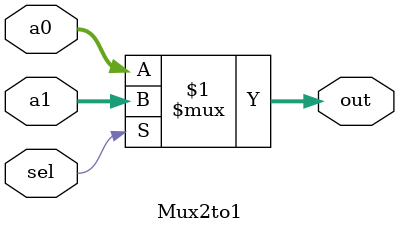
<source format=v>
module Mux2to1 (sel, a0, a1, out);
    parameter N = 32;

    input sel;
    input [N-1:0] a0, a1;
    output [N-1:0] out;

    assign out = sel ? a1 : a0;
endmodule
</source>
